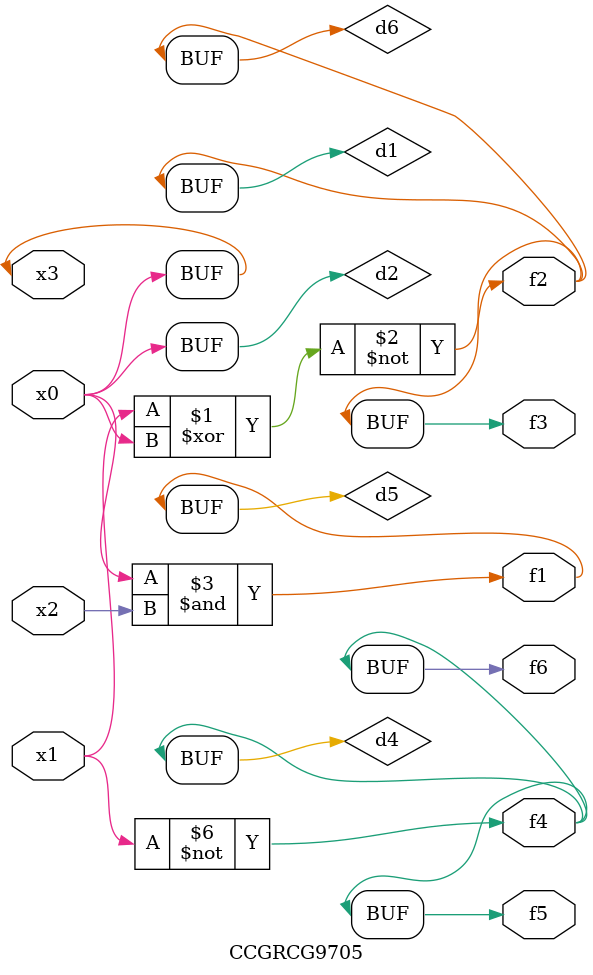
<source format=v>
module CCGRCG9705(
	input x0, x1, x2, x3,
	output f1, f2, f3, f4, f5, f6
);

	wire d1, d2, d3, d4, d5, d6;

	xnor (d1, x1, x3);
	buf (d2, x0, x3);
	nand (d3, x0, x2);
	not (d4, x1);
	nand (d5, d3);
	or (d6, d1);
	assign f1 = d5;
	assign f2 = d6;
	assign f3 = d6;
	assign f4 = d4;
	assign f5 = d4;
	assign f6 = d4;
endmodule

</source>
